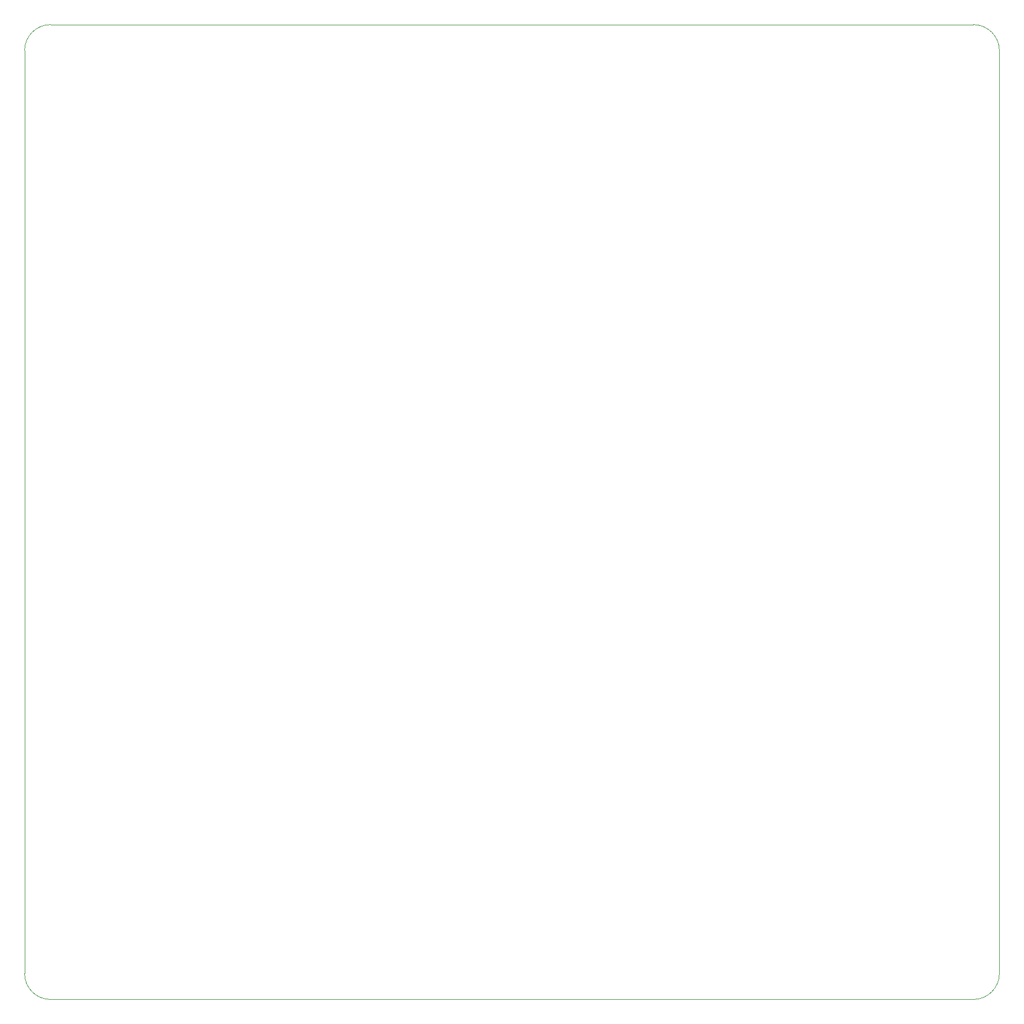
<source format=gm1>
G04 #@! TF.GenerationSoftware,KiCad,Pcbnew,(6.0.8)*
G04 #@! TF.CreationDate,2022-11-08T16:17:13+09:00*
G04 #@! TF.ProjectId,Aquarium,41717561-7269-4756-9d2e-6b696361645f,1.0*
G04 #@! TF.SameCoordinates,Original*
G04 #@! TF.FileFunction,Profile,NP*
%FSLAX46Y46*%
G04 Gerber Fmt 4.6, Leading zero omitted, Abs format (unit mm)*
G04 Created by KiCad (PCBNEW (6.0.8)) date 2022-11-08 16:17:13*
%MOMM*%
%LPD*%
G01*
G04 APERTURE LIST*
G04 #@! TA.AperFunction,Profile*
%ADD10C,0.050000*%
G04 #@! TD*
G04 APERTURE END LIST*
D10*
X95000000Y-42000000D02*
X95000000Y-184000000D01*
X241000000Y-188000000D02*
G75*
G03*
X245000000Y-184000000I0J4000000D01*
G01*
X241000000Y-38000000D02*
X99000000Y-38000000D01*
X99000000Y-188000000D02*
X241000000Y-188000000D01*
X245000000Y-184000000D02*
X245000000Y-42000000D01*
X99000000Y-38000000D02*
G75*
G03*
X95000000Y-42000000I0J-4000000D01*
G01*
X95000000Y-184000000D02*
G75*
G03*
X99000000Y-188000000I4000000J0D01*
G01*
X245000000Y-42000000D02*
G75*
G03*
X241000000Y-38000000I-4000000J0D01*
G01*
M02*

</source>
